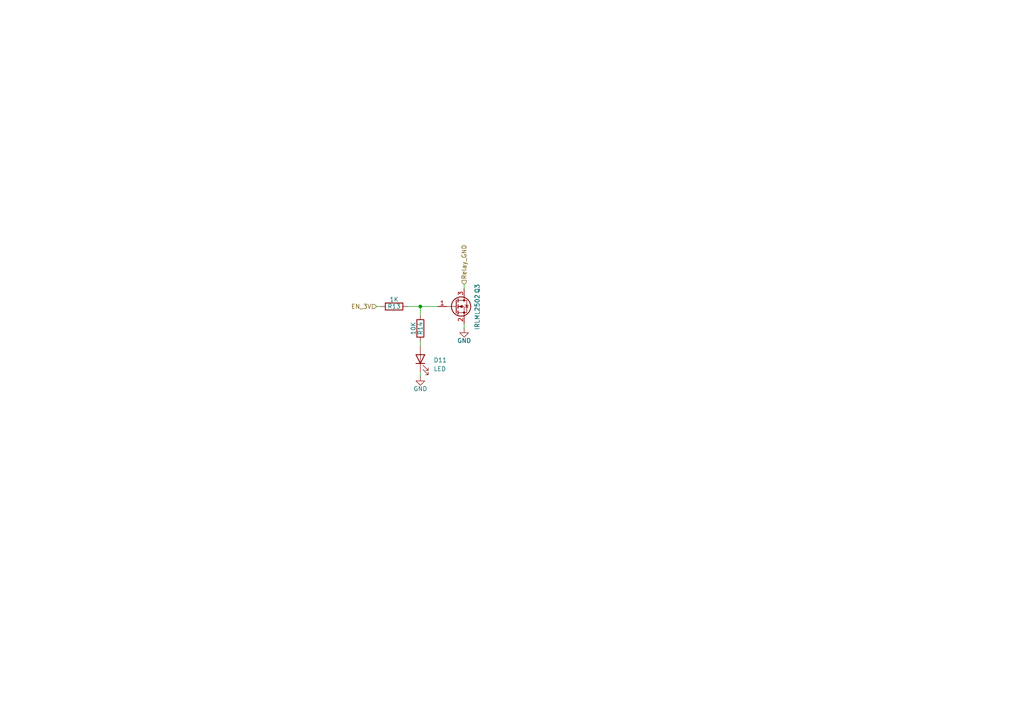
<source format=kicad_sch>
(kicad_sch
	(version 20250114)
	(generator "eeschema")
	(generator_version "9.0")
	(uuid "8be8a02f-e646-4371-947e-b7ac99e2483c")
	(paper "A4")
	(lib_symbols
		(symbol "Device:LED"
			(pin_numbers
				(hide yes)
			)
			(pin_names
				(offset 1.016)
				(hide yes)
			)
			(exclude_from_sim no)
			(in_bom yes)
			(on_board yes)
			(property "Reference" "D"
				(at 0 2.54 0)
				(effects
					(font
						(size 1.27 1.27)
					)
				)
			)
			(property "Value" "LED"
				(at 0 -2.54 0)
				(effects
					(font
						(size 1.27 1.27)
					)
				)
			)
			(property "Footprint" ""
				(at 0 0 0)
				(effects
					(font
						(size 1.27 1.27)
					)
					(hide yes)
				)
			)
			(property "Datasheet" "~"
				(at 0 0 0)
				(effects
					(font
						(size 1.27 1.27)
					)
					(hide yes)
				)
			)
			(property "Description" "Light emitting diode"
				(at 0 0 0)
				(effects
					(font
						(size 1.27 1.27)
					)
					(hide yes)
				)
			)
			(property "Sim.Pins" "1=K 2=A"
				(at 0 0 0)
				(effects
					(font
						(size 1.27 1.27)
					)
					(hide yes)
				)
			)
			(property "ki_keywords" "LED diode"
				(at 0 0 0)
				(effects
					(font
						(size 1.27 1.27)
					)
					(hide yes)
				)
			)
			(property "ki_fp_filters" "LED* LED_SMD:* LED_THT:*"
				(at 0 0 0)
				(effects
					(font
						(size 1.27 1.27)
					)
					(hide yes)
				)
			)
			(symbol "LED_0_1"
				(polyline
					(pts
						(xy -3.048 -0.762) (xy -4.572 -2.286) (xy -3.81 -2.286) (xy -4.572 -2.286) (xy -4.572 -1.524)
					)
					(stroke
						(width 0)
						(type default)
					)
					(fill
						(type none)
					)
				)
				(polyline
					(pts
						(xy -1.778 -0.762) (xy -3.302 -2.286) (xy -2.54 -2.286) (xy -3.302 -2.286) (xy -3.302 -1.524)
					)
					(stroke
						(width 0)
						(type default)
					)
					(fill
						(type none)
					)
				)
				(polyline
					(pts
						(xy -1.27 0) (xy 1.27 0)
					)
					(stroke
						(width 0)
						(type default)
					)
					(fill
						(type none)
					)
				)
				(polyline
					(pts
						(xy -1.27 -1.27) (xy -1.27 1.27)
					)
					(stroke
						(width 0.254)
						(type default)
					)
					(fill
						(type none)
					)
				)
				(polyline
					(pts
						(xy 1.27 -1.27) (xy 1.27 1.27) (xy -1.27 0) (xy 1.27 -1.27)
					)
					(stroke
						(width 0.254)
						(type default)
					)
					(fill
						(type none)
					)
				)
			)
			(symbol "LED_1_1"
				(pin passive line
					(at -3.81 0 0)
					(length 2.54)
					(name "K"
						(effects
							(font
								(size 1.27 1.27)
							)
						)
					)
					(number "1"
						(effects
							(font
								(size 1.27 1.27)
							)
						)
					)
				)
				(pin passive line
					(at 3.81 0 180)
					(length 2.54)
					(name "A"
						(effects
							(font
								(size 1.27 1.27)
							)
						)
					)
					(number "2"
						(effects
							(font
								(size 1.27 1.27)
							)
						)
					)
				)
			)
			(embedded_fonts no)
		)
		(symbol "Device:R"
			(pin_numbers
				(hide yes)
			)
			(pin_names
				(offset 0)
			)
			(exclude_from_sim no)
			(in_bom yes)
			(on_board yes)
			(property "Reference" "R"
				(at 2.032 0 90)
				(effects
					(font
						(size 1.27 1.27)
					)
				)
			)
			(property "Value" "R"
				(at 0 0 90)
				(effects
					(font
						(size 1.27 1.27)
					)
				)
			)
			(property "Footprint" ""
				(at -1.778 0 90)
				(effects
					(font
						(size 1.27 1.27)
					)
					(hide yes)
				)
			)
			(property "Datasheet" "~"
				(at 0 0 0)
				(effects
					(font
						(size 1.27 1.27)
					)
					(hide yes)
				)
			)
			(property "Description" "Resistor"
				(at 0 0 0)
				(effects
					(font
						(size 1.27 1.27)
					)
					(hide yes)
				)
			)
			(property "ki_keywords" "R res resistor"
				(at 0 0 0)
				(effects
					(font
						(size 1.27 1.27)
					)
					(hide yes)
				)
			)
			(property "ki_fp_filters" "R_*"
				(at 0 0 0)
				(effects
					(font
						(size 1.27 1.27)
					)
					(hide yes)
				)
			)
			(symbol "R_0_1"
				(rectangle
					(start -1.016 -2.54)
					(end 1.016 2.54)
					(stroke
						(width 0.254)
						(type default)
					)
					(fill
						(type none)
					)
				)
			)
			(symbol "R_1_1"
				(pin passive line
					(at 0 3.81 270)
					(length 1.27)
					(name "~"
						(effects
							(font
								(size 1.27 1.27)
							)
						)
					)
					(number "1"
						(effects
							(font
								(size 1.27 1.27)
							)
						)
					)
				)
				(pin passive line
					(at 0 -3.81 90)
					(length 1.27)
					(name "~"
						(effects
							(font
								(size 1.27 1.27)
							)
						)
					)
					(number "2"
						(effects
							(font
								(size 1.27 1.27)
							)
						)
					)
				)
			)
			(embedded_fonts no)
		)
		(symbol "Transistor_FET:IRLML2060"
			(pin_names
				(hide yes)
			)
			(exclude_from_sim no)
			(in_bom yes)
			(on_board yes)
			(property "Reference" "Q"
				(at 5.08 1.905 0)
				(effects
					(font
						(size 1.27 1.27)
					)
					(justify left)
				)
			)
			(property "Value" "IRLML2060"
				(at 5.08 0 0)
				(effects
					(font
						(size 1.27 1.27)
					)
					(justify left)
				)
			)
			(property "Footprint" "Package_TO_SOT_SMD:SOT-23"
				(at 5.08 -1.905 0)
				(effects
					(font
						(size 1.27 1.27)
						(italic yes)
					)
					(justify left)
					(hide yes)
				)
			)
			(property "Datasheet" "https://www.infineon.com/dgdl/irlml2060pbf.pdf?fileId=5546d462533600a401535664b7fb25ee"
				(at 5.08 -3.81 0)
				(effects
					(font
						(size 1.27 1.27)
					)
					(justify left)
					(hide yes)
				)
			)
			(property "Description" "1.2A Id, 60V Vds, 480mOhm Rds, N-Channel HEXFET Power MOSFET, SOT-23"
				(at 0 0 0)
				(effects
					(font
						(size 1.27 1.27)
					)
					(hide yes)
				)
			)
			(property "ki_keywords" "N-Channel HEXFET MOSFET"
				(at 0 0 0)
				(effects
					(font
						(size 1.27 1.27)
					)
					(hide yes)
				)
			)
			(property "ki_fp_filters" "SOT?23*"
				(at 0 0 0)
				(effects
					(font
						(size 1.27 1.27)
					)
					(hide yes)
				)
			)
			(symbol "IRLML2060_0_1"
				(polyline
					(pts
						(xy 0.254 1.905) (xy 0.254 -1.905)
					)
					(stroke
						(width 0.254)
						(type default)
					)
					(fill
						(type none)
					)
				)
				(polyline
					(pts
						(xy 0.254 0) (xy -2.54 0)
					)
					(stroke
						(width 0)
						(type default)
					)
					(fill
						(type none)
					)
				)
				(polyline
					(pts
						(xy 0.762 2.286) (xy 0.762 1.27)
					)
					(stroke
						(width 0.254)
						(type default)
					)
					(fill
						(type none)
					)
				)
				(polyline
					(pts
						(xy 0.762 0.508) (xy 0.762 -0.508)
					)
					(stroke
						(width 0.254)
						(type default)
					)
					(fill
						(type none)
					)
				)
				(polyline
					(pts
						(xy 0.762 -1.27) (xy 0.762 -2.286)
					)
					(stroke
						(width 0.254)
						(type default)
					)
					(fill
						(type none)
					)
				)
				(polyline
					(pts
						(xy 0.762 -1.778) (xy 3.302 -1.778) (xy 3.302 1.778) (xy 0.762 1.778)
					)
					(stroke
						(width 0)
						(type default)
					)
					(fill
						(type none)
					)
				)
				(polyline
					(pts
						(xy 1.016 0) (xy 2.032 0.381) (xy 2.032 -0.381) (xy 1.016 0)
					)
					(stroke
						(width 0)
						(type default)
					)
					(fill
						(type outline)
					)
				)
				(circle
					(center 1.651 0)
					(radius 2.794)
					(stroke
						(width 0.254)
						(type default)
					)
					(fill
						(type none)
					)
				)
				(polyline
					(pts
						(xy 2.54 2.54) (xy 2.54 1.778)
					)
					(stroke
						(width 0)
						(type default)
					)
					(fill
						(type none)
					)
				)
				(circle
					(center 2.54 1.778)
					(radius 0.254)
					(stroke
						(width 0)
						(type default)
					)
					(fill
						(type outline)
					)
				)
				(circle
					(center 2.54 -1.778)
					(radius 0.254)
					(stroke
						(width 0)
						(type default)
					)
					(fill
						(type outline)
					)
				)
				(polyline
					(pts
						(xy 2.54 -2.54) (xy 2.54 0) (xy 0.762 0)
					)
					(stroke
						(width 0)
						(type default)
					)
					(fill
						(type none)
					)
				)
				(polyline
					(pts
						(xy 2.794 0.508) (xy 2.921 0.381) (xy 3.683 0.381) (xy 3.81 0.254)
					)
					(stroke
						(width 0)
						(type default)
					)
					(fill
						(type none)
					)
				)
				(polyline
					(pts
						(xy 3.302 0.381) (xy 2.921 -0.254) (xy 3.683 -0.254) (xy 3.302 0.381)
					)
					(stroke
						(width 0)
						(type default)
					)
					(fill
						(type none)
					)
				)
			)
			(symbol "IRLML2060_1_1"
				(pin input line
					(at -5.08 0 0)
					(length 2.54)
					(name "G"
						(effects
							(font
								(size 1.27 1.27)
							)
						)
					)
					(number "1"
						(effects
							(font
								(size 1.27 1.27)
							)
						)
					)
				)
				(pin passive line
					(at 2.54 5.08 270)
					(length 2.54)
					(name "D"
						(effects
							(font
								(size 1.27 1.27)
							)
						)
					)
					(number "3"
						(effects
							(font
								(size 1.27 1.27)
							)
						)
					)
				)
				(pin passive line
					(at 2.54 -5.08 90)
					(length 2.54)
					(name "S"
						(effects
							(font
								(size 1.27 1.27)
							)
						)
					)
					(number "2"
						(effects
							(font
								(size 1.27 1.27)
							)
						)
					)
				)
			)
			(embedded_fonts no)
		)
		(symbol "power:GND"
			(power)
			(pin_numbers
				(hide yes)
			)
			(pin_names
				(offset 0)
				(hide yes)
			)
			(exclude_from_sim no)
			(in_bom yes)
			(on_board yes)
			(property "Reference" "#PWR"
				(at 0 -6.35 0)
				(effects
					(font
						(size 1.27 1.27)
					)
					(hide yes)
				)
			)
			(property "Value" "GND"
				(at 0 -3.81 0)
				(effects
					(font
						(size 1.27 1.27)
					)
				)
			)
			(property "Footprint" ""
				(at 0 0 0)
				(effects
					(font
						(size 1.27 1.27)
					)
					(hide yes)
				)
			)
			(property "Datasheet" ""
				(at 0 0 0)
				(effects
					(font
						(size 1.27 1.27)
					)
					(hide yes)
				)
			)
			(property "Description" "Power symbol creates a global label with name \"GND\" , ground"
				(at 0 0 0)
				(effects
					(font
						(size 1.27 1.27)
					)
					(hide yes)
				)
			)
			(property "ki_keywords" "global power"
				(at 0 0 0)
				(effects
					(font
						(size 1.27 1.27)
					)
					(hide yes)
				)
			)
			(symbol "GND_0_1"
				(polyline
					(pts
						(xy 0 0) (xy 0 -1.27) (xy 1.27 -1.27) (xy 0 -2.54) (xy -1.27 -1.27) (xy 0 -1.27)
					)
					(stroke
						(width 0)
						(type default)
					)
					(fill
						(type none)
					)
				)
			)
			(symbol "GND_1_1"
				(pin power_in line
					(at 0 0 270)
					(length 0)
					(name "~"
						(effects
							(font
								(size 1.27 1.27)
							)
						)
					)
					(number "1"
						(effects
							(font
								(size 1.27 1.27)
							)
						)
					)
				)
			)
			(embedded_fonts no)
		)
	)
	(junction
		(at 121.92 88.9)
		(diameter 0)
		(color 0 0 0 0)
		(uuid "f8b05f1c-05e9-48aa-8ec7-0d88b2e2cbae")
	)
	(wire
		(pts
			(xy 121.92 88.9) (xy 127 88.9)
		)
		(stroke
			(width 0)
			(type default)
		)
		(uuid "03f95ffe-95c2-45f9-a0a3-82127b9f1358")
	)
	(wire
		(pts
			(xy 121.92 91.44) (xy 121.92 88.9)
		)
		(stroke
			(width 0)
			(type default)
		)
		(uuid "1f7ca7a8-c895-4f09-b3b7-ead7b1d6d4c6")
	)
	(wire
		(pts
			(xy 134.62 82.55) (xy 134.62 83.82)
		)
		(stroke
			(width 0)
			(type default)
		)
		(uuid "42283f94-9958-4bf0-abb5-cafcd41724ea")
	)
	(wire
		(pts
			(xy 118.11 88.9) (xy 121.92 88.9)
		)
		(stroke
			(width 0)
			(type default)
		)
		(uuid "710c1e56-8dca-4f7d-940b-56b7f136b3a8")
	)
	(wire
		(pts
			(xy 109.22 88.9) (xy 110.49 88.9)
		)
		(stroke
			(width 0)
			(type default)
		)
		(uuid "8e9e6f15-ba9b-4cee-82ae-8d36c13b9996")
	)
	(wire
		(pts
			(xy 134.62 93.98) (xy 134.62 95.25)
		)
		(stroke
			(width 0)
			(type default)
		)
		(uuid "e578d958-7627-48cf-8efd-55a25e63ec6c")
	)
	(wire
		(pts
			(xy 121.92 99.06) (xy 121.92 100.33)
		)
		(stroke
			(width 0)
			(type default)
		)
		(uuid "eaf7c5f9-72b9-4949-8084-8731072ef91d")
	)
	(wire
		(pts
			(xy 121.92 107.95) (xy 121.92 109.22)
		)
		(stroke
			(width 0)
			(type default)
		)
		(uuid "fdcabe4f-994c-4609-9abc-067aa4336198")
	)
	(hierarchical_label "EN_3V"
		(shape input)
		(at 109.22 88.9 180)
		(effects
			(font
				(size 1.27 1.27)
			)
			(justify right)
		)
		(uuid "44709857-68b3-49a8-84c0-9e1785e83a3a")
	)
	(hierarchical_label "Relay_GND"
		(shape input)
		(at 134.62 82.55 90)
		(effects
			(font
				(size 1.27 1.27)
			)
			(justify left)
		)
		(uuid "8054c399-934e-428d-8a4b-a0e72d3496ac")
	)
	(symbol
		(lib_id "Transistor_FET:IRLML2060")
		(at 132.08 88.9 0)
		(unit 1)
		(exclude_from_sim no)
		(in_bom yes)
		(on_board yes)
		(dnp no)
		(uuid "13f3196a-1999-4387-b4c8-440b26eec5d8")
		(property "Reference" "Q1"
			(at 138.43 85.09 90)
			(effects
				(font
					(size 1.27 1.27)
				)
				(justify left)
			)
		)
		(property "Value" "IRLML2502"
			(at 138.43 95.758 90)
			(effects
				(font
					(size 1.27 1.27)
				)
				(justify left)
			)
		)
		(property "Footprint" "Package_TO_SOT_SMD:SOT-23"
			(at 137.16 90.805 0)
			(effects
				(font
					(size 1.27 1.27)
					(italic yes)
				)
				(justify left)
				(hide yes)
			)
		)
		(property "Datasheet" "https://www.infineon.com/dgdl/irlml2060pbf.pdf?fileId=5546d462533600a401535664b7fb25ee"
			(at 137.16 92.71 0)
			(effects
				(font
					(size 1.27 1.27)
				)
				(justify left)
				(hide yes)
			)
		)
		(property "Description" "1.2A Id, 60V Vds, 480mOhm Rds, N-Channel HEXFET Power MOSFET, SOT-23"
			(at 132.08 88.9 0)
			(effects
				(font
					(size 1.27 1.27)
				)
				(hide yes)
			)
		)
		(pin "1"
			(uuid "9af696d7-dbf0-4702-9e28-e48791f9a494")
		)
		(pin "3"
			(uuid "48c7117b-f4ff-4d5d-863d-4b6d6d44946a")
		)
		(pin "2"
			(uuid "178892dc-5209-4350-a3fc-ca6e959e3b7e")
		)
		(instances
			(project "vzFilter"
				(path "/39ebc730-fe89-4c21-8a61-f7a425e676b0/08e36e33-a953-4e1f-b208-e0d1f9e5a5b0"
					(reference "Q3")
					(unit 1)
				)
				(path "/39ebc730-fe89-4c21-8a61-f7a425e676b0/16801175-d2da-4177-852e-ba5f713d980d"
					(reference "Q1")
					(unit 1)
				)
				(path "/39ebc730-fe89-4c21-8a61-f7a425e676b0/245e8393-de42-4875-9414-47aef77f460c"
					(reference "Q7")
					(unit 1)
				)
				(path "/39ebc730-fe89-4c21-8a61-f7a425e676b0/3920264f-2368-4817-b36e-8dedf14e348e"
					(reference "Q6")
					(unit 1)
				)
				(path "/39ebc730-fe89-4c21-8a61-f7a425e676b0/43e297b2-d6f4-442d-b85b-bc2e9a301ca8"
					(reference "Q5")
					(unit 1)
				)
				(path "/39ebc730-fe89-4c21-8a61-f7a425e676b0/6cff9faa-5920-452d-b697-ac208e6d2afd"
					(reference "Q2")
					(unit 1)
				)
				(path "/39ebc730-fe89-4c21-8a61-f7a425e676b0/7ba7e21d-0fa1-4b13-ae99-9560342a917a"
					(reference "Q4")
					(unit 1)
				)
			)
		)
	)
	(symbol
		(lib_id "power:GND")
		(at 121.92 109.22 0)
		(unit 1)
		(exclude_from_sim no)
		(in_bom yes)
		(on_board yes)
		(dnp no)
		(uuid "1c01cdf8-d928-4870-9336-f511810d9a2b")
		(property "Reference" "#PWR036"
			(at 121.92 115.57 0)
			(effects
				(font
					(size 1.27 1.27)
				)
				(hide yes)
			)
		)
		(property "Value" "GND"
			(at 121.92 112.776 0)
			(effects
				(font
					(size 1.27 1.27)
				)
			)
		)
		(property "Footprint" ""
			(at 121.92 109.22 0)
			(effects
				(font
					(size 1.27 1.27)
				)
				(hide yes)
			)
		)
		(property "Datasheet" ""
			(at 121.92 109.22 0)
			(effects
				(font
					(size 1.27 1.27)
				)
				(hide yes)
			)
		)
		(property "Description" "Power symbol creates a global label with name \"GND\" , ground"
			(at 121.92 109.22 0)
			(effects
				(font
					(size 1.27 1.27)
				)
				(hide yes)
			)
		)
		(pin "1"
			(uuid "8d6dab8e-3dd4-489d-8637-ac1adcd6b058")
		)
		(instances
			(project "vzFilter"
				(path "/39ebc730-fe89-4c21-8a61-f7a425e676b0/08e36e33-a953-4e1f-b208-e0d1f9e5a5b0"
					(reference "#PWR046")
					(unit 1)
				)
				(path "/39ebc730-fe89-4c21-8a61-f7a425e676b0/16801175-d2da-4177-852e-ba5f713d980d"
					(reference "#PWR036")
					(unit 1)
				)
				(path "/39ebc730-fe89-4c21-8a61-f7a425e676b0/245e8393-de42-4875-9414-47aef77f460c"
					(reference "#PWR063")
					(unit 1)
				)
				(path "/39ebc730-fe89-4c21-8a61-f7a425e676b0/3920264f-2368-4817-b36e-8dedf14e348e"
					(reference "#PWR058")
					(unit 1)
				)
				(path "/39ebc730-fe89-4c21-8a61-f7a425e676b0/43e297b2-d6f4-442d-b85b-bc2e9a301ca8"
					(reference "#PWR053")
					(unit 1)
				)
				(path "/39ebc730-fe89-4c21-8a61-f7a425e676b0/6cff9faa-5920-452d-b697-ac208e6d2afd"
					(reference "#PWR041")
					(unit 1)
				)
				(path "/39ebc730-fe89-4c21-8a61-f7a425e676b0/7ba7e21d-0fa1-4b13-ae99-9560342a917a"
					(reference "#PWR048")
					(unit 1)
				)
			)
		)
	)
	(symbol
		(lib_id "Device:LED")
		(at 121.92 104.14 90)
		(unit 1)
		(exclude_from_sim no)
		(in_bom yes)
		(on_board yes)
		(dnp no)
		(fields_autoplaced yes)
		(uuid "329a76d1-5e0f-41e3-8616-bb57eec0612e")
		(property "Reference" "D5"
			(at 125.73 104.4574 90)
			(effects
				(font
					(size 1.27 1.27)
				)
				(justify right)
			)
		)
		(property "Value" "LED"
			(at 125.73 106.9974 90)
			(effects
				(font
					(size 1.27 1.27)
				)
				(justify right)
			)
		)
		(property "Footprint" "LED_SMD:LED_0805_2012Metric_Pad1.15x1.40mm_HandSolder"
			(at 121.92 104.14 0)
			(effects
				(font
					(size 1.27 1.27)
				)
				(hide yes)
			)
		)
		(property "Datasheet" "~"
			(at 121.92 104.14 0)
			(effects
				(font
					(size 1.27 1.27)
				)
				(hide yes)
			)
		)
		(property "Description" "Light emitting diode"
			(at 121.92 104.14 0)
			(effects
				(font
					(size 1.27 1.27)
				)
				(hide yes)
			)
		)
		(property "Sim.Pins" "1=K 2=A"
			(at 121.92 104.14 0)
			(effects
				(font
					(size 1.27 1.27)
				)
				(hide yes)
			)
		)
		(pin "1"
			(uuid "cc52b67a-2de4-4e33-94f9-f0d5af4bfa28")
		)
		(pin "2"
			(uuid "b2c338d4-25fc-4594-aeb4-9e572346a9b9")
		)
		(instances
			(project "vzFilter"
				(path "/39ebc730-fe89-4c21-8a61-f7a425e676b0/08e36e33-a953-4e1f-b208-e0d1f9e5a5b0"
					(reference "D11")
					(unit 1)
				)
				(path "/39ebc730-fe89-4c21-8a61-f7a425e676b0/16801175-d2da-4177-852e-ba5f713d980d"
					(reference "D5")
					(unit 1)
				)
				(path "/39ebc730-fe89-4c21-8a61-f7a425e676b0/245e8393-de42-4875-9414-47aef77f460c"
					(reference "D21")
					(unit 1)
				)
				(path "/39ebc730-fe89-4c21-8a61-f7a425e676b0/3920264f-2368-4817-b36e-8dedf14e348e"
					(reference "D18")
					(unit 1)
				)
				(path "/39ebc730-fe89-4c21-8a61-f7a425e676b0/43e297b2-d6f4-442d-b85b-bc2e9a301ca8"
					(reference "D15")
					(unit 1)
				)
				(path "/39ebc730-fe89-4c21-8a61-f7a425e676b0/6cff9faa-5920-452d-b697-ac208e6d2afd"
					(reference "D8")
					(unit 1)
				)
				(path "/39ebc730-fe89-4c21-8a61-f7a425e676b0/7ba7e21d-0fa1-4b13-ae99-9560342a917a"
					(reference "D12")
					(unit 1)
				)
			)
		)
	)
	(symbol
		(lib_id "power:GND")
		(at 134.62 95.25 0)
		(unit 1)
		(exclude_from_sim no)
		(in_bom yes)
		(on_board yes)
		(dnp no)
		(uuid "35695155-21aa-4d0a-9c06-f4b344790bb5")
		(property "Reference" "#PWR037"
			(at 134.62 101.6 0)
			(effects
				(font
					(size 1.27 1.27)
				)
				(hide yes)
			)
		)
		(property "Value" "GND"
			(at 134.62 98.806 0)
			(effects
				(font
					(size 1.27 1.27)
				)
			)
		)
		(property "Footprint" ""
			(at 134.62 95.25 0)
			(effects
				(font
					(size 1.27 1.27)
				)
				(hide yes)
			)
		)
		(property "Datasheet" ""
			(at 134.62 95.25 0)
			(effects
				(font
					(size 1.27 1.27)
				)
				(hide yes)
			)
		)
		(property "Description" "Power symbol creates a global label with name \"GND\" , ground"
			(at 134.62 95.25 0)
			(effects
				(font
					(size 1.27 1.27)
				)
				(hide yes)
			)
		)
		(pin "1"
			(uuid "53a32327-a95e-4161-ab05-f1c2c2e1a650")
		)
		(instances
			(project "vzFilter"
				(path "/39ebc730-fe89-4c21-8a61-f7a425e676b0/08e36e33-a953-4e1f-b208-e0d1f9e5a5b0"
					(reference "#PWR047")
					(unit 1)
				)
				(path "/39ebc730-fe89-4c21-8a61-f7a425e676b0/16801175-d2da-4177-852e-ba5f713d980d"
					(reference "#PWR037")
					(unit 1)
				)
				(path "/39ebc730-fe89-4c21-8a61-f7a425e676b0/245e8393-de42-4875-9414-47aef77f460c"
					(reference "#PWR064")
					(unit 1)
				)
				(path "/39ebc730-fe89-4c21-8a61-f7a425e676b0/3920264f-2368-4817-b36e-8dedf14e348e"
					(reference "#PWR059")
					(unit 1)
				)
				(path "/39ebc730-fe89-4c21-8a61-f7a425e676b0/43e297b2-d6f4-442d-b85b-bc2e9a301ca8"
					(reference "#PWR054")
					(unit 1)
				)
				(path "/39ebc730-fe89-4c21-8a61-f7a425e676b0/6cff9faa-5920-452d-b697-ac208e6d2afd"
					(reference "#PWR042")
					(unit 1)
				)
				(path "/39ebc730-fe89-4c21-8a61-f7a425e676b0/7ba7e21d-0fa1-4b13-ae99-9560342a917a"
					(reference "#PWR049")
					(unit 1)
				)
			)
		)
	)
	(symbol
		(lib_id "Device:R")
		(at 114.3 88.9 90)
		(unit 1)
		(exclude_from_sim no)
		(in_bom yes)
		(on_board yes)
		(dnp no)
		(uuid "719440e7-6ac9-4aed-a6bc-f535a62354fb")
		(property "Reference" "R5"
			(at 114.3 88.9 90)
			(effects
				(font
					(size 1.27 1.27)
				)
			)
		)
		(property "Value" "1K"
			(at 114.3 86.868 90)
			(effects
				(font
					(size 1.27 1.27)
				)
			)
		)
		(property "Footprint" "Resistor_SMD:R_0805_2012Metric_Pad1.20x1.40mm_HandSolder"
			(at 114.3 90.678 90)
			(effects
				(font
					(size 1.27 1.27)
				)
				(hide yes)
			)
		)
		(property "Datasheet" "~"
			(at 114.3 88.9 0)
			(effects
				(font
					(size 1.27 1.27)
				)
				(hide yes)
			)
		)
		(property "Description" "Resistor"
			(at 114.3 88.9 0)
			(effects
				(font
					(size 1.27 1.27)
				)
				(hide yes)
			)
		)
		(pin "1"
			(uuid "0e35e385-4423-4124-8724-d3ca8b937463")
		)
		(pin "2"
			(uuid "95e0b245-7100-42d8-a446-78f0b3d5f0ac")
		)
		(instances
			(project "vzFilter"
				(path "/39ebc730-fe89-4c21-8a61-f7a425e676b0/08e36e33-a953-4e1f-b208-e0d1f9e5a5b0"
					(reference "R13")
					(unit 1)
				)
				(path "/39ebc730-fe89-4c21-8a61-f7a425e676b0/16801175-d2da-4177-852e-ba5f713d980d"
					(reference "R5")
					(unit 1)
				)
				(path "/39ebc730-fe89-4c21-8a61-f7a425e676b0/245e8393-de42-4875-9414-47aef77f460c"
					(reference "R27")
					(unit 1)
				)
				(path "/39ebc730-fe89-4c21-8a61-f7a425e676b0/3920264f-2368-4817-b36e-8dedf14e348e"
					(reference "R23")
					(unit 1)
				)
				(path "/39ebc730-fe89-4c21-8a61-f7a425e676b0/43e297b2-d6f4-442d-b85b-bc2e9a301ca8"
					(reference "R19")
					(unit 1)
				)
				(path "/39ebc730-fe89-4c21-8a61-f7a425e676b0/6cff9faa-5920-452d-b697-ac208e6d2afd"
					(reference "R9")
					(unit 1)
				)
				(path "/39ebc730-fe89-4c21-8a61-f7a425e676b0/7ba7e21d-0fa1-4b13-ae99-9560342a917a"
					(reference "R15")
					(unit 1)
				)
			)
		)
	)
	(symbol
		(lib_id "Device:R")
		(at 121.92 95.25 180)
		(unit 1)
		(exclude_from_sim no)
		(in_bom yes)
		(on_board yes)
		(dnp no)
		(uuid "996b0660-b5d6-4f91-9a88-13c38233937d")
		(property "Reference" "R6"
			(at 121.92 95.25 90)
			(effects
				(font
					(size 1.27 1.27)
				)
			)
		)
		(property "Value" "10K"
			(at 119.888 95.25 90)
			(effects
				(font
					(size 1.27 1.27)
				)
			)
		)
		(property "Footprint" "Resistor_SMD:R_0805_2012Metric_Pad1.20x1.40mm_HandSolder"
			(at 123.698 95.25 90)
			(effects
				(font
					(size 1.27 1.27)
				)
				(hide yes)
			)
		)
		(property "Datasheet" "~"
			(at 121.92 95.25 0)
			(effects
				(font
					(size 1.27 1.27)
				)
				(hide yes)
			)
		)
		(property "Description" "Resistor"
			(at 121.92 95.25 0)
			(effects
				(font
					(size 1.27 1.27)
				)
				(hide yes)
			)
		)
		(pin "1"
			(uuid "ef2803f6-ac26-478d-b440-463608ca4a08")
		)
		(pin "2"
			(uuid "c207dc4b-2a35-4228-8cc0-27947cd634c0")
		)
		(instances
			(project "vzFilter"
				(path "/39ebc730-fe89-4c21-8a61-f7a425e676b0/08e36e33-a953-4e1f-b208-e0d1f9e5a5b0"
					(reference "R14")
					(unit 1)
				)
				(path "/39ebc730-fe89-4c21-8a61-f7a425e676b0/16801175-d2da-4177-852e-ba5f713d980d"
					(reference "R6")
					(unit 1)
				)
				(path "/39ebc730-fe89-4c21-8a61-f7a425e676b0/245e8393-de42-4875-9414-47aef77f460c"
					(reference "R28")
					(unit 1)
				)
				(path "/39ebc730-fe89-4c21-8a61-f7a425e676b0/3920264f-2368-4817-b36e-8dedf14e348e"
					(reference "R24")
					(unit 1)
				)
				(path "/39ebc730-fe89-4c21-8a61-f7a425e676b0/43e297b2-d6f4-442d-b85b-bc2e9a301ca8"
					(reference "R20")
					(unit 1)
				)
				(path "/39ebc730-fe89-4c21-8a61-f7a425e676b0/6cff9faa-5920-452d-b697-ac208e6d2afd"
					(reference "R10")
					(unit 1)
				)
				(path "/39ebc730-fe89-4c21-8a61-f7a425e676b0/7ba7e21d-0fa1-4b13-ae99-9560342a917a"
					(reference "R16")
					(unit 1)
				)
			)
		)
	)
)

</source>
